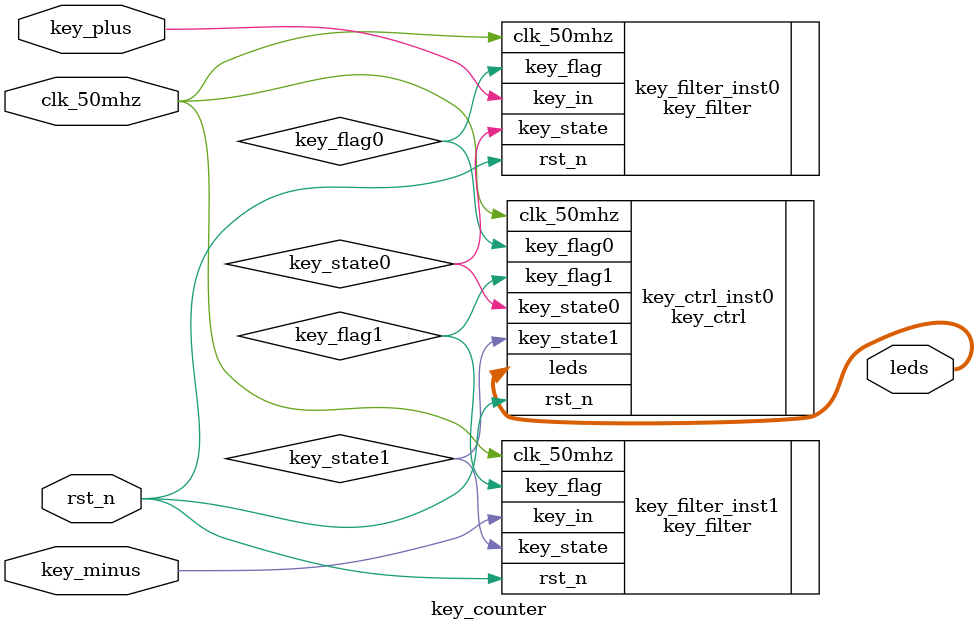
<source format=v>
/**
* @brief:
* 两个独立按键+4个LED灯。
* LED灯以二进制方式显示，按下按键0加1，按下按键1减1。
* 
* @resources:
* CLK_50MHz --> PIN_E1
* RST --> PIN_E16
* Key0 --> PIN_M16
* Key1 --> PIN_E15
* LEDs --> PIN_A2, PIN_B3, PIN_A4, PIN_A3
* 
* IO Standard:3.3V LVTTL
*/
module key_counter(
	input wire clk_50mhz,
	input wire rst_n,
	input wire key_plus,
	input wire key_minus,
	output wire [3:0] leds
);

// 例化
wire key_flag0, key_state0;
wire key_flag1, key_state1;
key_filter key_filter_inst0(
	.clk_50mhz(clk_50mhz),
	.rst_n(rst_n),
	.key_in(key_plus),
	.key_flag(key_flag0),
	.key_state(key_state0)
);

key_filter key_filter_inst1(
	.clk_50mhz(clk_50mhz),
	.rst_n(rst_n),
	.key_in(key_minus),
	.key_flag(key_flag1),
	.key_state(key_state1)
);

key_ctrl key_ctrl_inst0(
	.clk_50mhz(clk_50mhz),
	.rst_n(rst_n),
	.key_flag0(key_flag0),
	.key_state0(key_state0),
	.key_flag1(key_flag1),
	.key_state1(key_state1),
	.leds(leds)
);

endmodule

</source>
